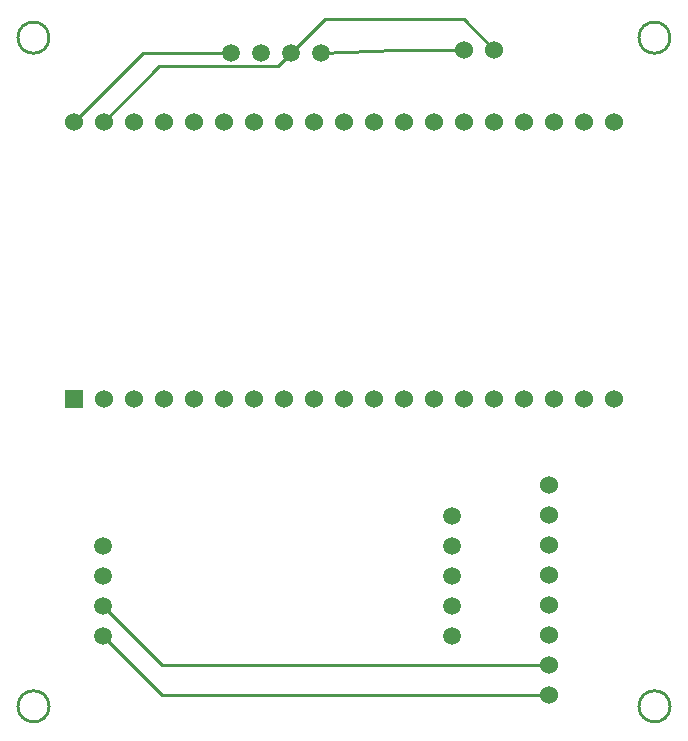
<source format=gbr>
%TF.GenerationSoftware,Altium Limited,Altium Designer,24.6.1 (21)*%
G04 Layer_Physical_Order=2*
G04 Layer_Color=16711680*
%FSLAX45Y45*%
%MOMM*%
%TF.SameCoordinates,4AD75283-6A23-4CB8-A15C-AB691BBDECAE*%
%TF.FilePolarity,Positive*%
%TF.FileFunction,Copper,L2,Bot,Signal*%
%TF.Part,Single*%
G01*
G75*
%TA.AperFunction,Conductor*%
%ADD10C,0.25400*%
%TA.AperFunction,NonConductor*%
%ADD11C,0.25400*%
%TA.AperFunction,ComponentPad*%
%ADD12C,1.53000*%
%ADD13R,1.53000X1.53000*%
%ADD14C,1.52400*%
%ADD15C,1.50800*%
D10*
X982435Y987228D02*
X1477735Y491928D01*
X4761935D01*
X2860306Y6210300D02*
X4034663D01*
X2577535Y5927528D02*
X2860306Y6210300D01*
X4034663D02*
X4292035Y5952928D01*
X3461455D02*
X4038035D01*
X2831535Y5927528D02*
X3461455Y5952928D01*
X736035Y5343328D02*
X1320235Y5927528D01*
X2069535D01*
X2463235Y5813228D02*
X2577535Y5927528D01*
X1459935Y5813228D02*
X2463235D01*
X990035Y5343328D02*
X1459935Y5813228D01*
X1477735Y745928D02*
X4761935D01*
X982435Y1241228D02*
X1477735Y745928D01*
D11*
X5783300Y393700D02*
G03*
X5783300Y393700I-131800J0D01*
G01*
X524935Y6054528D02*
G03*
X524935Y6054528I-131800J0D01*
G01*
X525500Y393700D02*
G03*
X525500Y393700I-131800J0D01*
G01*
X5782735Y6054528D02*
G03*
X5782735Y6054528I-131800J0D01*
G01*
D12*
X736035Y5343328D02*
D03*
X990035D02*
D03*
X1244035D02*
D03*
X1498035D02*
D03*
X1752035D02*
D03*
X2006035D02*
D03*
X2260035D02*
D03*
X2514035D02*
D03*
X2768035D02*
D03*
X3022035D02*
D03*
X3276035D02*
D03*
X3530035D02*
D03*
X3784035D02*
D03*
X4038035D02*
D03*
X4292035D02*
D03*
X4546035D02*
D03*
X5054035D02*
D03*
X5308035D02*
D03*
X4800035D02*
D03*
X5309035Y2993828D02*
D03*
X5055035D02*
D03*
X4801035D02*
D03*
X4547035D02*
D03*
X4293035D02*
D03*
X4039035D02*
D03*
X3785035D02*
D03*
X3531035D02*
D03*
X3277035D02*
D03*
X3023035D02*
D03*
X2769035D02*
D03*
X2515035D02*
D03*
X2261035D02*
D03*
X2007035D02*
D03*
X1753035D02*
D03*
X1499035D02*
D03*
X1245035D02*
D03*
X991035D02*
D03*
D13*
X737035D02*
D03*
D14*
X4292035Y5952928D02*
D03*
X4038035D02*
D03*
X4761935Y491928D02*
D03*
Y745928D02*
D03*
Y999928D02*
D03*
Y1253928D02*
D03*
Y1507928D02*
D03*
Y1761928D02*
D03*
Y2015928D02*
D03*
Y2269928D02*
D03*
D15*
X2831535Y5927528D02*
D03*
X2577535D02*
D03*
X2323535D02*
D03*
X2069535D02*
D03*
X3936435Y2003228D02*
D03*
Y1749228D02*
D03*
Y1495228D02*
D03*
Y1241228D02*
D03*
Y987228D02*
D03*
X982435Y1749228D02*
D03*
Y1495228D02*
D03*
Y1241228D02*
D03*
Y987228D02*
D03*
%TF.MD5,e87a243dfd07e475c14e60353af04550*%
M02*

</source>
